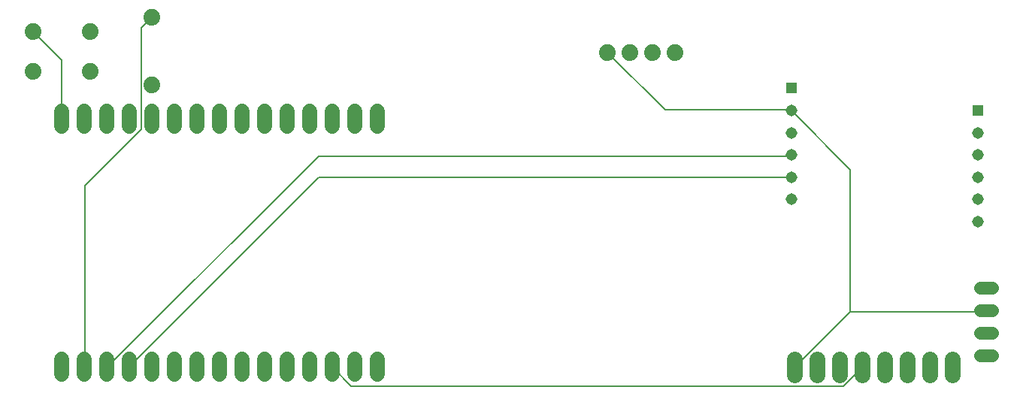
<source format=gbr>
G04 EAGLE Gerber RS-274X export*
G75*
%MOMM*%
%FSLAX34Y34*%
%LPD*%
%INBottom Copper*%
%IPPOS*%
%AMOC8*
5,1,8,0,0,1.08239X$1,22.5*%
G01*
%ADD10C,1.422400*%
%ADD11C,1.879600*%
%ADD12C,1.676400*%
%ADD13C,1.308000*%
%ADD14R,1.308000X1.308000*%
%ADD15C,1.778000*%
%ADD16C,0.152400*%


D10*
X1162812Y50800D02*
X1148588Y50800D01*
X1148588Y76200D02*
X1162812Y76200D01*
X1162812Y101600D02*
X1148588Y101600D01*
X1148588Y127000D02*
X1162812Y127000D01*
D11*
X215900Y355600D03*
X215900Y431800D03*
X81788Y416306D03*
X146812Y416306D03*
X81788Y371094D03*
X146812Y371094D03*
D12*
X469900Y325882D02*
X469900Y309118D01*
X444500Y309118D02*
X444500Y325882D01*
X419100Y325882D02*
X419100Y309118D01*
X393700Y309118D02*
X393700Y325882D01*
X368300Y325882D02*
X368300Y309118D01*
X342900Y309118D02*
X342900Y325882D01*
X317500Y325882D02*
X317500Y309118D01*
X292100Y309118D02*
X292100Y325882D01*
X266700Y325882D02*
X266700Y309118D01*
X241300Y309118D02*
X241300Y325882D01*
X215900Y325882D02*
X215900Y309118D01*
X190500Y309118D02*
X190500Y325882D01*
X165100Y325882D02*
X165100Y309118D01*
X139700Y309118D02*
X139700Y325882D01*
X114300Y325882D02*
X114300Y309118D01*
X114300Y46482D02*
X114300Y29718D01*
X139700Y29718D02*
X139700Y46482D01*
X165100Y46482D02*
X165100Y29718D01*
X190500Y29718D02*
X190500Y46482D01*
X215900Y46482D02*
X215900Y29718D01*
X241300Y29718D02*
X241300Y46482D01*
X266700Y46482D02*
X266700Y29718D01*
X292100Y29718D02*
X292100Y46482D01*
X317500Y46482D02*
X317500Y29718D01*
X342900Y29718D02*
X342900Y46482D01*
X368300Y46482D02*
X368300Y29718D01*
X393700Y29718D02*
X393700Y46482D01*
X419100Y46482D02*
X419100Y29718D01*
X444500Y29718D02*
X444500Y46482D01*
X469900Y46482D02*
X469900Y29718D01*
D13*
X1146400Y202100D03*
X1146400Y227100D03*
X1146400Y252100D03*
X1146400Y277100D03*
X1146400Y302100D03*
X936400Y227100D03*
X936400Y252100D03*
X936400Y277100D03*
X936400Y302100D03*
X936400Y327100D03*
D14*
X936400Y352100D03*
X1146400Y327100D03*
D11*
X729300Y392100D03*
X754700Y392100D03*
X780100Y392100D03*
X805500Y392100D03*
D15*
X1016000Y46990D02*
X1016000Y29210D01*
X1041400Y29210D02*
X1041400Y46990D01*
X990600Y46990D02*
X990600Y29210D01*
X965200Y29210D02*
X965200Y46990D01*
X939800Y46990D02*
X939800Y29210D01*
X1066800Y29210D02*
X1066800Y46990D01*
X1092200Y46990D02*
X1092200Y29210D01*
X1117600Y29210D02*
X1117600Y46990D01*
D16*
X1155192Y100584D02*
X1002792Y100584D01*
X940308Y38100D01*
X1155192Y100584D02*
X1155700Y101600D01*
X940308Y38100D02*
X939800Y38100D01*
X114300Y317500D02*
X114300Y384048D01*
X82296Y416052D01*
X81788Y416306D01*
X794004Y327660D02*
X935736Y327660D01*
X794004Y327660D02*
X729996Y391668D01*
X935736Y327660D02*
X936400Y327100D01*
X729996Y391668D02*
X729300Y392100D01*
X1002792Y260604D02*
X1002792Y100584D01*
X1002792Y260604D02*
X937260Y326136D01*
X936400Y327100D01*
X935736Y251460D02*
X403860Y251460D01*
X190500Y38100D01*
X935736Y251460D02*
X936400Y252100D01*
X935736Y275844D02*
X403860Y275844D01*
X166116Y38100D01*
X935736Y275844D02*
X936400Y277100D01*
X166116Y38100D02*
X165100Y38100D01*
X419100Y38100D02*
X440436Y16764D01*
X995172Y16764D01*
X1016508Y38100D01*
X1016000Y38100D01*
X140208Y38100D02*
X140208Y242316D01*
X204216Y306324D01*
X204216Y420624D01*
X214884Y431292D01*
X140208Y38100D02*
X139700Y38100D01*
X214884Y431292D02*
X215900Y431800D01*
M02*

</source>
